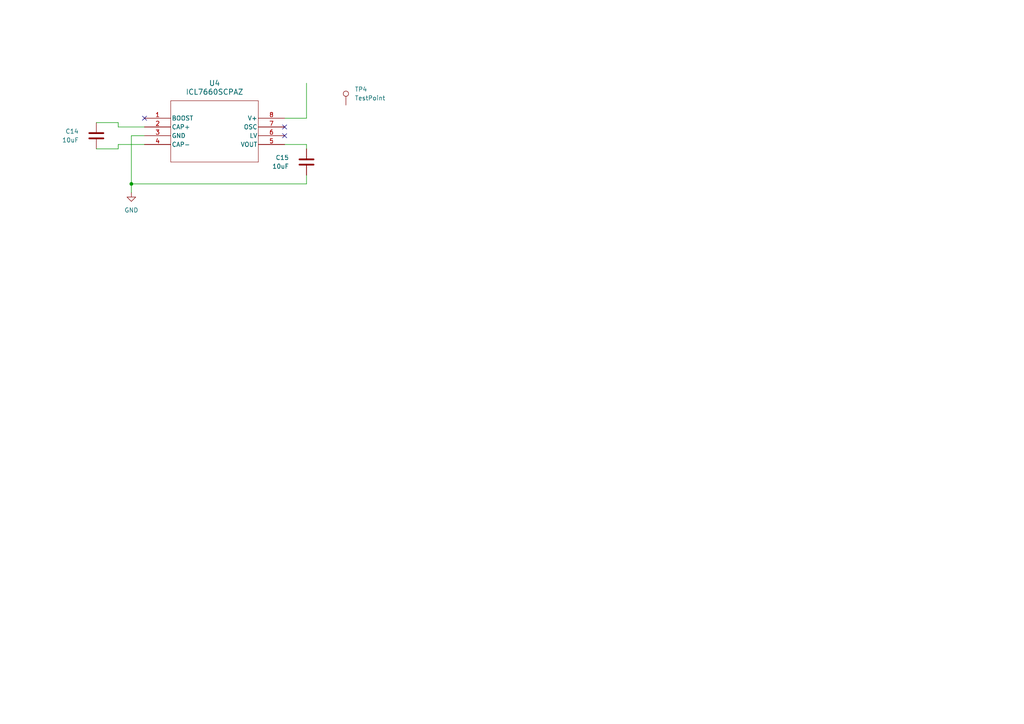
<source format=kicad_sch>
(kicad_sch (version 20250114) (generator "eeschema") (generator_version "9.0")
  (paper "A4")
  (lib_symbols
    (symbol "2025-04-09_23-31-18:ICL7660SCPAZ" (pin_names (offset 0.254))
      (property "Reference" "U" (at 20.32 10.16 0))
      (property "Value" "ICL7660SCPAZ" (at 20.32 7.62 0))
      (symbol "ICL7660SCPAZ_0_1"
        (polyline (pts (xy 7.62 5.08) (xy 7.62 -12.7)) (stroke (width 0.127)))
        (polyline (pts (xy 7.62 -12.7) (xy 33.02 -12.7)) (stroke (width 0.127)))
        (polyline (pts (xy 33.02 5.08) (xy 7.62 5.08)) (stroke (width 0.127)))
        (polyline (pts (xy 33.02 -12.7) (xy 33.02 5.08)) (stroke (width 0.127)))
        (pin unspecified line (at 0 0 0) (length 7.62) (name "BOOST") (number "1"))
        (pin unspecified line (at 0 -2.54 0) (length 7.62) (name "CAP+") (number "2"))
        (pin power_in line (at 0 -5.08 0) (length 7.62) (name "GND") (number "3"))
        (pin unspecified line (at 0 -7.62 0) (length 7.62) (name "CAP-") (number "4"))
        (pin power_in line (at 40.64 0 180) (length 7.62) (name "V+") (number "8"))
        (pin unspecified line (at 40.64 -2.54 180) (length 7.62) (name "OSC") (number "7"))
        (pin unspecified line (at 40.64 -5.08 180) (length 7.62) (name "LV") (number "6"))
        (pin output line (at 40.64 -7.62 180) (length 7.62) (name "VOUT") (number "5"))
      )
    )
    (symbol "Connector:TestPoint" (pin_numbers (hide yes)) (pin_names (offset 0.762) (hide yes))
      (property "Reference" "TP" (at 0 6.858 0))
      (property "Value" "TestPoint" (at 0 5.08 0))
      (symbol "TestPoint_0_1"
        (circle (center 0 3.302) (radius 0.762))
      )
      (symbol "TestPoint_1_1"
        (pin passive line (at 0 0 90) (length 2.54) (name "1") (number "1"))
      )
    )
    (symbol "Device:C" (pin_numbers (hide yes)) (pin_names (offset 0.254))
      (property "Reference" "C" (at 0.635 2.54 0))
      (property "Value" "C" (at 0.635 -2.54 0))
      (symbol "C_0_1"
        (polyline (pts (xy -2.032 0.762) (xy 2.032 0.762)) (stroke (width 0.508)))
        (polyline (pts (xy -2.032 -0.762) (xy 2.032 -0.762)) (stroke (width 0.508)))
      )
      (symbol "C_1_1"
        (pin passive line (at 0 3.81 270) (length 2.794) (name "~") (number "1"))
        (pin passive line (at 0 -3.81 90) (length 2.794) (name "~") (number "2"))
      )
    )
    (symbol "power:GND" (power) (pin_numbers (hide yes)) (pin_names (offset 0) (hide yes))
      (property "Value" "GND" (at 0 -3.81 0))
      (symbol "GND_0_1"
        (polyline (pts (xy 0 0) (xy 0 -1.27) (xy 1.27 -1.27) (xy 0 -2.54) (xy -1.27 -1.27) (xy 0 -1.27)))
      )
      (symbol "GND_1_1"
        (pin power_in line (at 0 0 270) (length 0) (name "~") (number "1"))
      )
    )
  )
  (junction (at 38.1 53.34))
  (no_connect (at 82.55 36.83))
  (no_connect (at 41.91 34.29))
  (no_connect (at 82.55 39.37))
  (wire (pts (xy 34.29 43.18) (xy 27.94 43.18)))
  (wire (pts (xy 27.94 35.56) (xy 34.29 35.56)))
  (wire (pts (xy 88.9 43.18) (xy 88.9 41.91)))
  (wire (pts (xy 34.29 35.56) (xy 34.29 36.83)))
  (wire (pts (xy 34.29 36.83) (xy 41.91 36.83)))
  (wire (pts (xy 88.9 50.8) (xy 88.9 53.34)))
  (wire (pts (xy 41.91 39.37) (xy 38.1 39.37)))
  (wire (pts (xy 88.9 41.91) (xy 82.55 41.91)))
  (wire (pts (xy 38.1 53.34) (xy 88.9 53.34)))
  (wire (pts (xy 38.1 55.88) (xy 38.1 53.34)))
  (wire (pts (xy 34.29 41.91) (xy 34.29 43.18)))
  (wire (pts (xy 82.55 34.29) (xy 88.9 34.29)))
  (wire (pts (xy 88.9 24.13) (xy 88.9 34.29)))
  (wire (pts (xy 41.91 41.91) (xy 34.29 41.91)))
  (wire (pts (xy 38.1 39.37) (xy 38.1 53.34)))
  (symbol (lib_id "2025-04-09_23-31-18:ICL7660SCPAZ") (at 41.91 34.29 0) (unit 1)
    (property "Reference" "U4" (at 62.23 24.13 0) (effects (font (size 1.524 1.524))))
    (property "Value" "ICL7660SCPAZ" (at 62.23 26.67 0) (effects (font (size 1.524 1.524))))
    (property "Footprint" "PDIP8_7P11X10P16_INR" (effects (hide yes)))
    (property "Datasheet" "ICL7660SCPAZ" (effects (hide yes)))
  )
  (symbol (lib_id "Connector:TestPoint") (at 100.33 30.48 0) (unit 1)
    (property "Reference" "TP4" (at 102.87 25.9079 0) (effects (justify left)))
    (property "Value" "TestPoint" (at 102.87 28.4479 0) (effects (justify left)))
    (property "Description" "test point" (effects (hide yes)))
  )
  (symbol (lib_id "power:GND") (at 38.1 55.88 0) (unit 1)
    (property "Reference" "#PWR014" (effects (hide yes)))
    (property "Value" "GND" (at 38.1 60.96 0))
    (property "Description" "Power symbol creates a global label with name \"GND\" , ground" (effects (hide yes)))
  )
  (symbol (lib_id "Device:C") (at 27.94 39.37 0) (mirror y) (unit 1)
    (property "Reference" "C14" (at 22.86 38.0999 0) (effects (justify left)))
    (property "Value" "10uF" (at 22.86 40.6399 0) (effects (justify left)))
    (property "Description" "Unpolarized capacitor" (effects (hide yes)))
  )
  (symbol (lib_id "Device:C") (at 88.9 46.99 0) (mirror y) (unit 1)
    (property "Reference" "C15" (at 83.82 45.7199 0) (effects (justify left)))
    (property "Value" "10uF" (at 83.82 48.2599 0) (effects (justify left)))
    (property "Description" "Unpolarized capacitor" (effects (hide yes)))
  )
)
</source>
